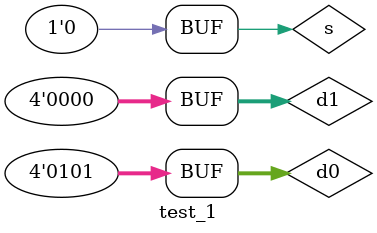
<source format=v>
`timescale 1ns / 1ps


module test_1;

	// Inputs
	reg [3:0] d0;
	reg [3:0] d1;
	reg s;

	// Outputs
	wire [3:0] y;

	// Instantiate the Unit Under Test (UUT)
	code_1 uut (
		.d0(d0), 
		.d1(d1), 
		.s(s), 
		.y(y)
	);

	initial begin
		// Initialize Inputs
		d0 = 0;
		d1 = 0;
		s = 0;

		// Wait 100 ns for global reset to finish
		#10;
		d0=3;
		d1=2;
		s=1;
		#10;
		d0=5;
		d1=0;
		s=0;
        
		// Add stimulus here

	end
      
endmodule


</source>
